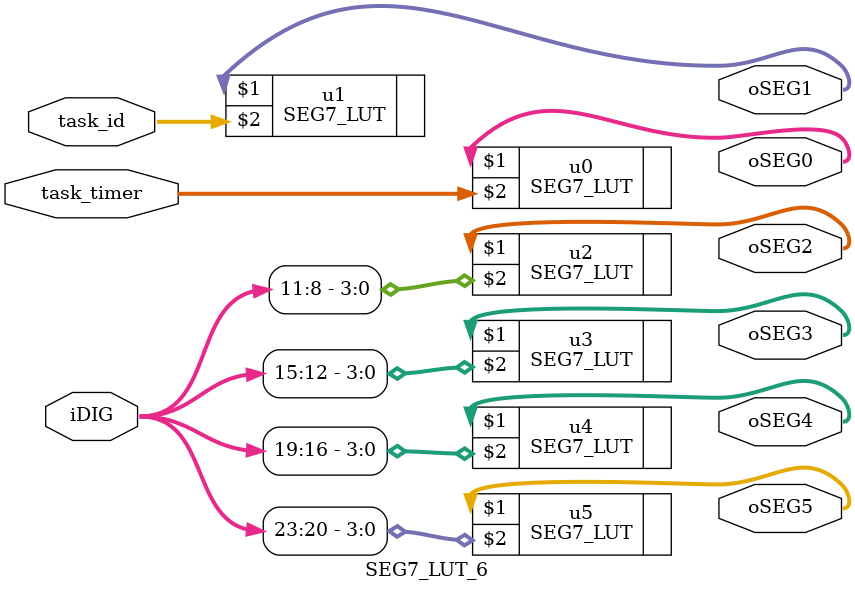
<source format=v>
module SEG7_LUT_6 (	oSEG0,oSEG1,oSEG2,oSEG3,oSEG4,oSEG5,iDIG, task_timer, task_id );
input	[23:0]	iDIG;
input [3:0]    task_timer;
input [3:0]    task_id;
output	[6:0]	oSEG0,oSEG1,oSEG2,oSEG3,oSEG4,oSEG5;

SEG7_LUT	u0	(	oSEG0,task_timer		);
SEG7_LUT	u1	(	oSEG1,task_id		);
SEG7_LUT	u2	(	oSEG2,iDIG[11:8]	);
SEG7_LUT	u3	(	oSEG3,iDIG[15:12]	);
SEG7_LUT	u4	(	oSEG4,iDIG[19:16]	);
SEG7_LUT	u5	(	oSEG5,iDIG[23:20]	);


endmodule

</source>
